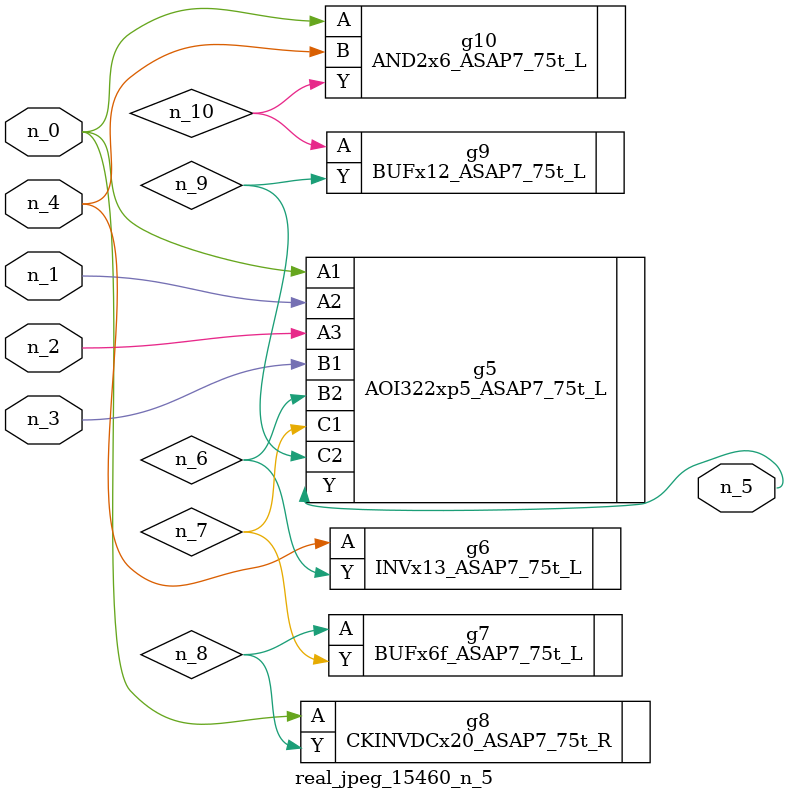
<source format=v>
module real_jpeg_15460_n_5 (n_4, n_0, n_1, n_2, n_3, n_5);

input n_4;
input n_0;
input n_1;
input n_2;
input n_3;

output n_5;

wire n_8;
wire n_6;
wire n_7;
wire n_10;
wire n_9;

AOI322xp5_ASAP7_75t_L g5 ( 
.A1(n_0),
.A2(n_1),
.A3(n_2),
.B1(n_3),
.B2(n_6),
.C1(n_7),
.C2(n_9),
.Y(n_5)
);

CKINVDCx20_ASAP7_75t_R g8 ( 
.A(n_0),
.Y(n_8)
);

AND2x6_ASAP7_75t_L g10 ( 
.A(n_0),
.B(n_4),
.Y(n_10)
);

INVx13_ASAP7_75t_L g6 ( 
.A(n_4),
.Y(n_6)
);

BUFx6f_ASAP7_75t_L g7 ( 
.A(n_8),
.Y(n_7)
);

BUFx12_ASAP7_75t_L g9 ( 
.A(n_10),
.Y(n_9)
);


endmodule
</source>
